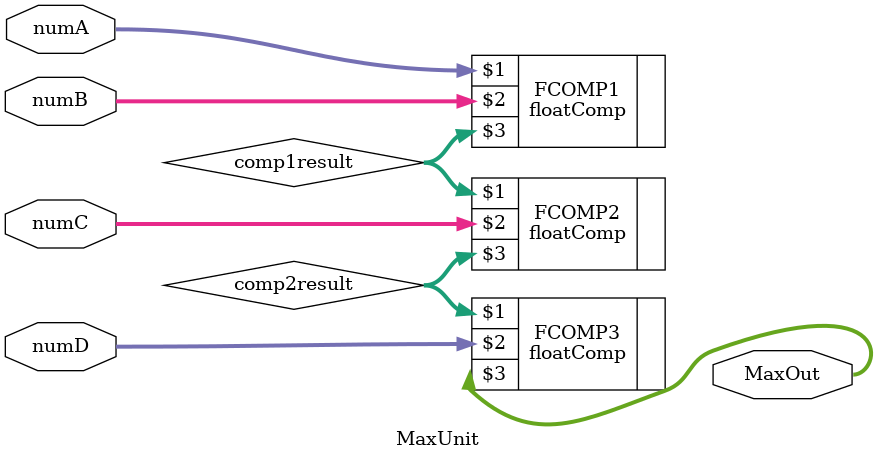
<source format=v>
module MaxUnit(
    numA, numB, numC, numD, MaxOut
);
parameter DATA_BITS = 32;
input [DATA_BITS-1:0] numA,numB, numC, numD;
output [DATA_BITS-1:0] MaxOut;

wire [DATA_BITS-1 : 0] comp1result;
wire [DATA_BITS-1 : 0] comp2result;

floatComp FCOMP1 (numA, numB, comp1result);
floatComp FCOMP2 (comp1result, numC, comp2result);
floatComp FCOMP3 (comp2result, numD, MaxOut);

endmodule

</source>
